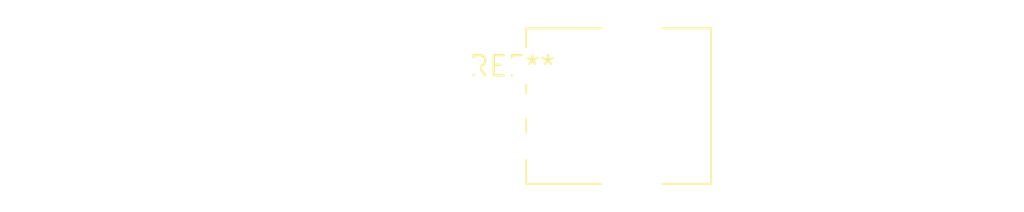
<source format=kicad_pcb>
(kicad_pcb (version 20240108) (generator pcbnew)
  (layers (0 "F.Cu" signal) (31 "B.Cu" signal) (34 "B.Paste" user) (35 "F.Paste" user) (36 "B.SilkS" user "B.Silkscreen") (37 "F.SilkS" user "F.Silkscreen") (38 "B.Mask" user) (39 "F.Mask" user) (44 "Edge.Cuts" user))
  (net 0 "")
  (footprint "Potentiometer_Alpha_RD902F-40-00D_Dual_Vertical_CircularHoles" (layer "F.Cu") (at 0 0)
    (property "Reference" "REF**")
    (property "Value" "Potentiometer_Alpha_RD902F-40-00D_Dual_Vertical_CircularHoles")
    (fp_line (start 0.88 -2.37) (end 5.6 -2.37) (layer "F.SilkS") (stroke (width 0.12)))
    (fp_line (start 0.88 -1.19) (end 0.88 -2.37) (layer "F.SilkS") (stroke (width 0.12)))
    (fp_line (start 0.88 1.71) (end 0.88 1.18) (layer "F.SilkS") (stroke (width 0.12)))
    (fp_line (start 0.88 4.16) (end 0.88 3.33) (layer "F.SilkS") (stroke (width 0.12)))
    (fp_line (start 0.88 7.37) (end 0.88 5.88) (layer "F.SilkS") (stroke (width 0.12)))
    (fp_line (start 0.88 7.37) (end 5.6 7.37) (layer "F.SilkS") (stroke (width 0.12)))
    (fp_line (start 9.41 -2.37) (end 12.47 -2.37) (layer "F.SilkS") (stroke (width 0.12)))
    (fp_line (start 9.41 7.37) (end 12.47 7.37) (layer "F.SilkS") (stroke (width 0.12)))
    (fp_line (start 12.47 7.37) (end 12.47 -2.37) (layer "F.SilkS") (stroke (width 0.12)))
    (pad "" thru_hole circle (at 7.5 -2.25 90) (size 3.24 3.24) (drill 1.8) (layers *.Cu *.Mask) (remove_unused_layers))
    (pad "" thru_hole circle (at 7.5 7.25 90) (size 3.24 3.24) (drill 1.8) (layers *.Cu *.Mask) (remove_unused_layers))
    (pad "1" thru_hole rect (at 0 0 90) (size 1.8 1.8) (drill 1) (layers *.Cu *.Mask) (remove_unused_layers))
    (pad "2" thru_hole circle (at 0 2.5 90) (size 1.8 1.8) (drill 1) (layers *.Cu *.Mask) (remove_unused_layers))
    (pad "3" thru_hole circle (at 0 5 90) (size 1.8 1.8) (drill 1) (layers *.Cu *.Mask) (remove_unused_layers))
    (pad "4" thru_hole circle (at -2.5 0 90) (size 1.8 1.8) (drill 1) (layers *.Cu *.Mask) (remove_unused_layers))
    (pad "5" thru_hole circle (at -2.5 2.5 90) (size 1.8 1.8) (drill 1) (layers *.Cu *.Mask) (remove_unused_layers))
    (pad "6" thru_hole circle (at -2.5 5 90) (size 1.8 1.8) (drill 1) (layers *.Cu *.Mask) (remove_unused_layers))
  )
)
</source>
